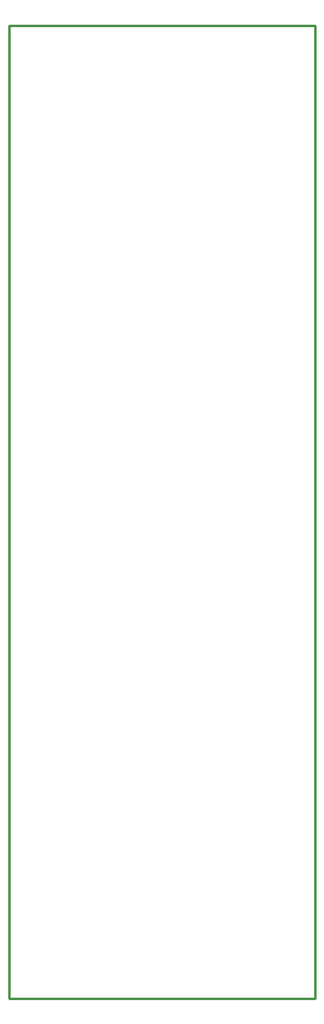
<source format=gm1>
G04*
G04 #@! TF.GenerationSoftware,Altium Limited,Altium Designer,22.6.1 (34)*
G04*
G04 Layer_Color=16711935*
%FSLAX23Y23*%
%MOIN*%
G70*
G04*
G04 #@! TF.SameCoordinates,B6A25038-3202-4191-8880-7B975E66899D*
G04*
G04*
G04 #@! TF.FilePolarity,Positive*
G04*
G01*
G75*
%ADD12C,0.010*%
D12*
X1000Y1060D02*
X2240D01*
X1000Y5000D02*
X2240D01*
Y1060D02*
Y5000D01*
X1000Y1060D02*
Y5000D01*
Y1060D02*
X2240D01*
X1000D02*
Y5000D01*
X2240D01*
X2240Y1060D01*
M02*

</source>
